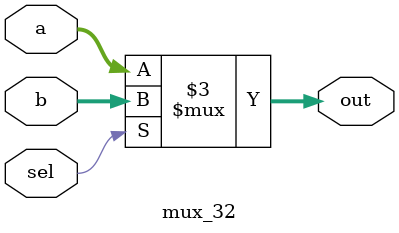
<source format=v>

/*****************************************************************************
 *
 * @file     mux.v
 * 
 * @brief    Simple multiplexer 2:1
 * 
 * @author   Gian
 * 
 ******************************************************************************/

module mux_32 (
	a, 
	b, 
	sel,
	out
);


/*************************/
/* Parameter Definitions */
/*************************/
parameter BUS_WIDTH = 32;


/***************/
/* Input Ports */
/***************/
input wire[BUS_WIDTH-1:0] a;
input wire[BUS_WIDTH-1:0] b;
input wire sel;


/****************/
/* Output Ports */
/****************/
output reg[BUS_WIDTH-1:0] out;


/***************/
/* Input Ports */
/***************/
//assign out = (sel)?b:a;
always @(a or b or sel)begin
	if (sel)
		out = b;
	else
		out = a;
end

endmodule
</source>
